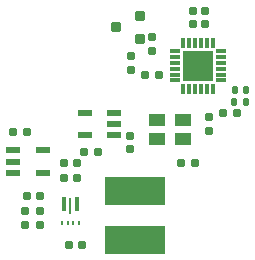
<source format=gbr>
%TF.GenerationSoftware,KiCad,Pcbnew,9.0.1*%
%TF.CreationDate,2025-04-18T20:02:12-04:00*%
%TF.ProjectId,M.2 to USB V1.0,4d2e3220-746f-4205-9553-422056312e30,rev?*%
%TF.SameCoordinates,Original*%
%TF.FileFunction,Paste,Top*%
%TF.FilePolarity,Positive*%
%FSLAX46Y46*%
G04 Gerber Fmt 4.6, Leading zero omitted, Abs format (unit mm)*
G04 Created by KiCad (PCBNEW 9.0.1) date 2025-04-18 20:02:12*
%MOMM*%
%LPD*%
G01*
G04 APERTURE LIST*
G04 Aperture macros list*
%AMRoundRect*
0 Rectangle with rounded corners*
0 $1 Rounding radius*
0 $2 $3 $4 $5 $6 $7 $8 $9 X,Y pos of 4 corners*
0 Add a 4 corners polygon primitive as box body*
4,1,4,$2,$3,$4,$5,$6,$7,$8,$9,$2,$3,0*
0 Add four circle primitives for the rounded corners*
1,1,$1+$1,$2,$3*
1,1,$1+$1,$4,$5*
1,1,$1+$1,$6,$7*
1,1,$1+$1,$8,$9*
0 Add four rect primitives between the rounded corners*
20,1,$1+$1,$2,$3,$4,$5,0*
20,1,$1+$1,$4,$5,$6,$7,0*
20,1,$1+$1,$6,$7,$8,$9,0*
20,1,$1+$1,$8,$9,$2,$3,0*%
G04 Aperture macros list end*
%ADD10R,1.200000X0.600000*%
%ADD11RoundRect,0.155000X0.212500X0.155000X-0.212500X0.155000X-0.212500X-0.155000X0.212500X-0.155000X0*%
%ADD12R,5.100000X2.350000*%
%ADD13RoundRect,0.155000X-0.212500X-0.155000X0.212500X-0.155000X0.212500X0.155000X-0.212500X0.155000X0*%
%ADD14RoundRect,0.135000X-0.135000X-0.185000X0.135000X-0.185000X0.135000X0.185000X-0.135000X0.185000X0*%
%ADD15RoundRect,0.160000X0.160000X-0.197500X0.160000X0.197500X-0.160000X0.197500X-0.160000X-0.197500X0*%
%ADD16R,0.350000X1.150000*%
%ADD17R,0.200000X1.450000*%
%ADD18R,0.250000X0.450000*%
%ADD19RoundRect,0.155000X0.155000X-0.212500X0.155000X0.212500X-0.155000X0.212500X-0.155000X-0.212500X0*%
%ADD20RoundRect,0.160000X-0.160000X0.197500X-0.160000X-0.197500X0.160000X-0.197500X0.160000X0.197500X0*%
%ADD21RoundRect,0.160000X0.197500X0.160000X-0.197500X0.160000X-0.197500X-0.160000X0.197500X-0.160000X0*%
%ADD22RoundRect,0.120000X0.330000X0.280000X-0.330000X0.280000X-0.330000X-0.280000X0.330000X-0.280000X0*%
%ADD23RoundRect,0.155000X-0.155000X0.212500X-0.155000X-0.212500X0.155000X-0.212500X0.155000X0.212500X0*%
%ADD24R,1.400000X1.100000*%
%ADD25R,0.850000X0.300000*%
%ADD26R,0.300000X0.850000*%
%ADD27R,2.600000X2.600000*%
%ADD28RoundRect,0.140000X0.140000X0.170000X-0.140000X0.170000X-0.140000X-0.170000X0.140000X-0.170000X0*%
G04 APERTURE END LIST*
D10*
%TO.C,IC2*%
X145265000Y-84710000D03*
X145265000Y-85660000D03*
X145265000Y-86610000D03*
X147765000Y-86610000D03*
X147765000Y-84710000D03*
%TD*%
D11*
%TO.C,C10*%
X150687500Y-87075000D03*
X149552500Y-87075000D03*
%TD*%
D12*
%TO.C,L1*%
X155545000Y-92295000D03*
X155545000Y-88145000D03*
%TD*%
D13*
%TO.C,C13*%
X159497500Y-85765000D03*
X160632500Y-85765000D03*
%TD*%
D11*
%TO.C,C11*%
X150687500Y-85800000D03*
X149552500Y-85800000D03*
%TD*%
D14*
%TO.C,R1*%
X163982500Y-80592500D03*
X165002500Y-80592500D03*
%TD*%
D15*
%TO.C,R5*%
X146305000Y-91000000D03*
X146305000Y-89805000D03*
%TD*%
D11*
%TO.C,C9*%
X151112500Y-92755000D03*
X149977500Y-92755000D03*
%TD*%
D16*
%TO.C,PS1*%
X150665000Y-89280000D03*
D17*
X150115000Y-89430000D03*
D16*
X149565000Y-89280000D03*
D18*
X149365000Y-90880000D03*
X149865000Y-90880000D03*
X150365000Y-90880000D03*
X150865000Y-90880000D03*
%TD*%
D19*
%TO.C,C6*%
X160485000Y-74022500D03*
X160485000Y-72887500D03*
%TD*%
%TO.C,C3*%
X155180000Y-84630000D03*
X155180000Y-83495000D03*
%TD*%
D20*
%TO.C,R2*%
X157010000Y-75107500D03*
X157010000Y-76302500D03*
%TD*%
D19*
%TO.C,C12*%
X161870000Y-83057500D03*
X161870000Y-81922500D03*
%TD*%
D21*
%TO.C,R4*%
X157620000Y-78295000D03*
X156425000Y-78295000D03*
%TD*%
D20*
%TO.C,R3*%
X155225000Y-76732500D03*
X155225000Y-77927500D03*
%TD*%
D22*
%TO.C,U1*%
X155970000Y-75255000D03*
X155970000Y-73355000D03*
X153970000Y-74305000D03*
%TD*%
D23*
%TO.C,C7*%
X161510000Y-72882500D03*
X161510000Y-74017500D03*
%TD*%
D24*
%TO.C,Y1*%
X159650000Y-82145000D03*
X157450000Y-82145000D03*
X157450000Y-83745000D03*
X159650000Y-83745000D03*
%TD*%
D20*
%TO.C,R6*%
X147555000Y-89805000D03*
X147555000Y-91000000D03*
%TD*%
D13*
%TO.C,C8*%
X163052500Y-81532500D03*
X164187500Y-81532500D03*
%TD*%
D10*
%TO.C,IC3*%
X153815000Y-83440000D03*
X153815000Y-82490000D03*
X153815000Y-81540000D03*
X151315000Y-81540000D03*
X151315000Y-83440000D03*
%TD*%
D11*
%TO.C,C2*%
X147552500Y-88540000D03*
X146417500Y-88540000D03*
%TD*%
D25*
%TO.C,IC1*%
X162875000Y-78792500D03*
X162875000Y-78292500D03*
X162875000Y-77792500D03*
X162875000Y-77292500D03*
X162875000Y-76792500D03*
X162875000Y-76292500D03*
D26*
X162175000Y-75592500D03*
X161675000Y-75592500D03*
X161175000Y-75592500D03*
X160675000Y-75592500D03*
X160175000Y-75592500D03*
X159675000Y-75592500D03*
D25*
X158975000Y-76292500D03*
X158975000Y-76792500D03*
X158975000Y-77292500D03*
X158975000Y-77792500D03*
X158975000Y-78292500D03*
X158975000Y-78792500D03*
D26*
X159675000Y-79492500D03*
X160175000Y-79492500D03*
X160675000Y-79492500D03*
X161175000Y-79492500D03*
X161675000Y-79492500D03*
X162175000Y-79492500D03*
D27*
X160925000Y-77542500D03*
%TD*%
D13*
%TO.C,C4*%
X151292500Y-84815000D03*
X152427500Y-84815000D03*
%TD*%
D28*
%TO.C,C5*%
X164992500Y-79562500D03*
X164032500Y-79562500D03*
%TD*%
D11*
%TO.C,C1*%
X146402500Y-83125000D03*
X145267500Y-83125000D03*
%TD*%
M02*

</source>
